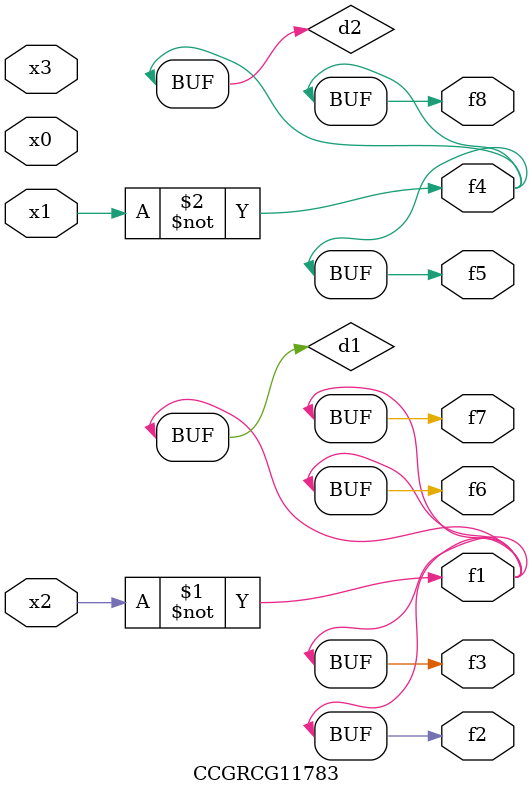
<source format=v>
module CCGRCG11783(
	input x0, x1, x2, x3,
	output f1, f2, f3, f4, f5, f6, f7, f8
);

	wire d1, d2;

	xnor (d1, x2);
	not (d2, x1);
	assign f1 = d1;
	assign f2 = d1;
	assign f3 = d1;
	assign f4 = d2;
	assign f5 = d2;
	assign f6 = d1;
	assign f7 = d1;
	assign f8 = d2;
endmodule

</source>
